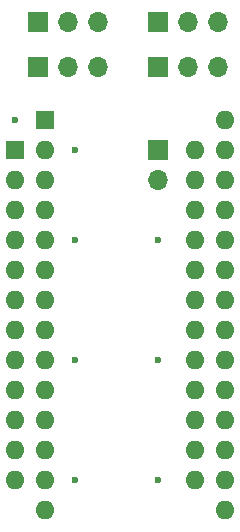
<source format=gbs>
G04 #@! TF.GenerationSoftware,KiCad,Pcbnew,(5.1.8)-1*
G04 #@! TF.CreationDate,2022-11-25T20:18:31+09:00*
G04 #@! TF.ProjectId,MZ80CGROM,4d5a3830-4347-4524-9f4d-2e6b69636164,rev?*
G04 #@! TF.SameCoordinates,PX48ab840PY9157080*
G04 #@! TF.FileFunction,Soldermask,Bot*
G04 #@! TF.FilePolarity,Negative*
%FSLAX46Y46*%
G04 Gerber Fmt 4.6, Leading zero omitted, Abs format (unit mm)*
G04 Created by KiCad (PCBNEW (5.1.8)-1) date 2022-11-25 20:18:31*
%MOMM*%
%LPD*%
G01*
G04 APERTURE LIST*
%ADD10O,1.700000X1.700000*%
%ADD11R,1.700000X1.700000*%
%ADD12R,1.600000X1.600000*%
%ADD13O,1.600000X1.600000*%
%ADD14C,0.600000*%
G04 APERTURE END LIST*
D10*
X13335000Y29845000D03*
D11*
X13335000Y32385000D03*
D12*
X3810000Y34925000D03*
D13*
X19050000Y1905000D03*
X3810000Y32385000D03*
X19050000Y4445000D03*
X3810000Y29845000D03*
X19050000Y6985000D03*
X3810000Y27305000D03*
X19050000Y9525000D03*
X3810000Y24765000D03*
X19050000Y12065000D03*
X3810000Y22225000D03*
X19050000Y14605000D03*
X3810000Y19685000D03*
X19050000Y17145000D03*
X3810000Y17145000D03*
X19050000Y19685000D03*
X3810000Y14605000D03*
X19050000Y22225000D03*
X3810000Y12065000D03*
X19050000Y24765000D03*
X3810000Y9525000D03*
X19050000Y27305000D03*
X3810000Y6985000D03*
X19050000Y29845000D03*
X3810000Y4445000D03*
X19050000Y32385000D03*
X3810000Y1905000D03*
X19050000Y34925000D03*
X16510000Y32385000D03*
X1270000Y4445000D03*
X16510000Y29845000D03*
X1270000Y6985000D03*
X16510000Y27305000D03*
X1270000Y9525000D03*
X16510000Y24765000D03*
X1270000Y12065000D03*
X16510000Y22225000D03*
X1270000Y14605000D03*
X16510000Y19685000D03*
X1270000Y17145000D03*
X16510000Y17145000D03*
X1270000Y19685000D03*
X16510000Y14605000D03*
X1270000Y22225000D03*
X16510000Y12065000D03*
X1270000Y24765000D03*
X16510000Y9525000D03*
X1270000Y27305000D03*
X16510000Y6985000D03*
X1270000Y29845000D03*
X16510000Y4445000D03*
D12*
X1270000Y32385000D03*
D11*
X3175000Y39370000D03*
D10*
X5715000Y39370000D03*
X8255000Y39370000D03*
X8255000Y43180000D03*
X5715000Y43180000D03*
D11*
X3175000Y43180000D03*
X13335000Y39370000D03*
D10*
X15875000Y39370000D03*
X18415000Y39370000D03*
X18415000Y43180000D03*
X15875000Y43180000D03*
D11*
X13335000Y43180000D03*
D14*
X13335000Y4445000D03*
X6350000Y4445000D03*
X13335000Y24765000D03*
X6350000Y24765000D03*
X13335000Y14605000D03*
X6350000Y32385000D03*
X6350000Y14605000D03*
X1270000Y34925000D03*
M02*

</source>
